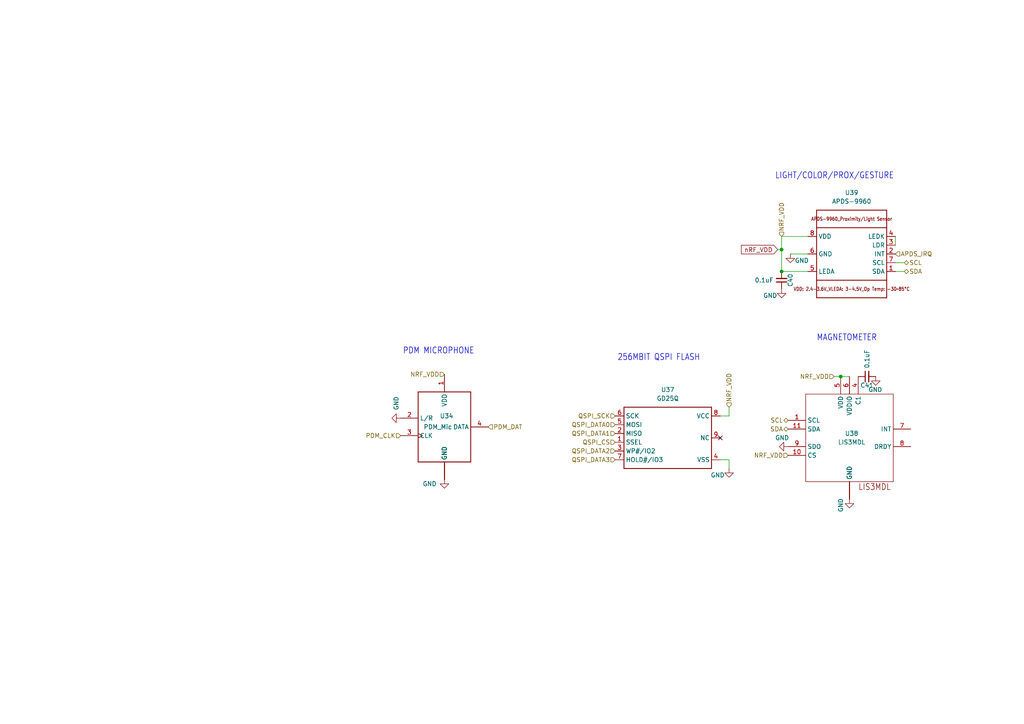
<source format=kicad_sch>
(kicad_sch (version 20211123) (generator eeschema)

  (uuid e19939fe-4701-4833-8637-39e7476b45fa)

  (paper "A4")

  (lib_symbols
    (symbol "Device:C_Small" (pin_numbers hide) (pin_names (offset 0.254) hide) (in_bom yes) (on_board yes)
      (property "Reference" "C" (id 0) (at 0.254 1.778 0)
        (effects (font (size 1.27 1.27)) (justify left))
      )
      (property "Value" "C_Small" (id 1) (at 0.254 -2.032 0)
        (effects (font (size 1.27 1.27)) (justify left))
      )
      (property "Footprint" "" (id 2) (at 0 0 0)
        (effects (font (size 1.27 1.27)) hide)
      )
      (property "Datasheet" "~" (id 3) (at 0 0 0)
        (effects (font (size 1.27 1.27)) hide)
      )
      (property "ki_keywords" "capacitor cap" (id 4) (at 0 0 0)
        (effects (font (size 1.27 1.27)) hide)
      )
      (property "ki_description" "Unpolarized capacitor, small symbol" (id 5) (at 0 0 0)
        (effects (font (size 1.27 1.27)) hide)
      )
      (property "ki_fp_filters" "C_*" (id 6) (at 0 0 0)
        (effects (font (size 1.27 1.27)) hide)
      )
      (symbol "C_Small_0_1"
        (polyline
          (pts
            (xy -1.524 -0.508)
            (xy 1.524 -0.508)
          )
          (stroke (width 0.3302) (type default) (color 0 0 0 0))
          (fill (type none))
        )
        (polyline
          (pts
            (xy -1.524 0.508)
            (xy 1.524 0.508)
          )
          (stroke (width 0.3048) (type default) (color 0 0 0 0))
          (fill (type none))
        )
      )
      (symbol "C_Small_1_1"
        (pin passive line (at 0 2.54 270) (length 2.032)
          (name "~" (effects (font (size 1.27 1.27))))
          (number "1" (effects (font (size 1.27 1.27))))
        )
        (pin passive line (at 0 -2.54 90) (length 2.032)
          (name "~" (effects (font (size 1.27 1.27))))
          (number "2" (effects (font (size 1.27 1.27))))
        )
      )
    )
    (symbol "Library:APDS-9960" (in_bom yes) (on_board yes)
      (property "Reference" "U" (id 0) (at 0 1.27 0)
        (effects (font (size 1.27 1.27)))
      )
      (property "Value" "APDS-9960" (id 1) (at 0 -1.27 0)
        (effects (font (size 1.27 1.27)))
      )
      (property "Footprint" "Library:APDS-9960" (id 2) (at 0 14.605 0)
        (effects (font (size 1.27 1.27)) hide)
      )
      (property "Datasheet" "" (id 3) (at 0 14.605 0)
        (effects (font (size 1.27 1.27)) hide)
      )
      (symbol "APDS-9960_1_0"
        (polyline
          (pts
            (xy -10.16 -12.7)
            (xy 10.16 -12.7)
          )
          (stroke (width 0.254) (type default) (color 0 0 0 0))
          (fill (type none))
        )
        (polyline
          (pts
            (xy -10.16 -7.62)
            (xy -10.16 -12.7)
          )
          (stroke (width 0.254) (type default) (color 0 0 0 0))
          (fill (type none))
        )
        (polyline
          (pts
            (xy -10.16 -7.62)
            (xy -10.16 7.62)
          )
          (stroke (width 0.254) (type default) (color 0 0 0 0))
          (fill (type none))
        )
        (polyline
          (pts
            (xy -10.16 7.62)
            (xy -10.16 12.7)
          )
          (stroke (width 0.254) (type default) (color 0 0 0 0))
          (fill (type none))
        )
        (polyline
          (pts
            (xy -10.16 7.62)
            (xy 10.16 7.62)
          )
          (stroke (width 0.254) (type default) (color 0 0 0 0))
          (fill (type none))
        )
        (polyline
          (pts
            (xy -10.16 12.7)
            (xy 10.16 12.7)
          )
          (stroke (width 0.254) (type default) (color 0 0 0 0))
          (fill (type none))
        )
        (polyline
          (pts
            (xy 10.16 -12.7)
            (xy 10.16 -7.62)
          )
          (stroke (width 0.254) (type default) (color 0 0 0 0))
          (fill (type none))
        )
        (polyline
          (pts
            (xy 10.16 -7.62)
            (xy -10.16 -7.62)
          )
          (stroke (width 0.254) (type default) (color 0 0 0 0))
          (fill (type none))
        )
        (polyline
          (pts
            (xy 10.16 7.62)
            (xy 10.16 -7.62)
          )
          (stroke (width 0.254) (type default) (color 0 0 0 0))
          (fill (type none))
        )
        (polyline
          (pts
            (xy 10.16 12.7)
            (xy 10.16 7.62)
          )
          (stroke (width 0.254) (type default) (color 0 0 0 0))
          (fill (type none))
        )
        (text "APDS-9960_Proximity/Light Sensor" (at 0 10.16 0)
          (effects (font (size 1.016 0.8636)))
        )
        (text "VDD: 2.4-3.6V_VLEDA: 3-4.5V_Op Temp: -30~85°C" (at 0 -10.16 0)
          (effects (font (size 1.016 0.8636)))
        )
        (pin bidirectional line (at 12.7 -5.08 180) (length 2.54)
          (name "SDA" (effects (font (size 1.27 1.27))))
          (number "1" (effects (font (size 1.27 1.27))))
        )
        (pin output line (at 12.7 0 180) (length 2.54)
          (name "INT" (effects (font (size 1.27 1.27))))
          (number "2" (effects (font (size 1.27 1.27))))
        )
        (pin bidirectional line (at 12.7 2.54 180) (length 2.54)
          (name "LDR" (effects (font (size 1.27 1.27))))
          (number "3" (effects (font (size 1.27 1.27))))
        )
        (pin bidirectional line (at 12.7 5.08 180) (length 2.54)
          (name "LEDK" (effects (font (size 1.27 1.27))))
          (number "4" (effects (font (size 1.27 1.27))))
        )
        (pin power_in line (at -12.7 -5.08 0) (length 2.54)
          (name "LEDA" (effects (font (size 1.27 1.27))))
          (number "5" (effects (font (size 1.27 1.27))))
        )
        (pin power_in line (at -12.7 0 0) (length 2.54)
          (name "GND" (effects (font (size 1.27 1.27))))
          (number "6" (effects (font (size 1.27 1.27))))
        )
        (pin input line (at 12.7 -2.54 180) (length 2.54)
          (name "SCL" (effects (font (size 1.27 1.27))))
          (number "7" (effects (font (size 1.27 1.27))))
        )
        (pin power_in line (at -12.7 5.08 0) (length 2.54)
          (name "VDD" (effects (font (size 1.27 1.27))))
          (number "8" (effects (font (size 1.27 1.27))))
        )
      )
    )
    (symbol "Library:GD25Q" (in_bom yes) (on_board yes)
      (property "Reference" "U" (id 0) (at 0 0 0)
        (effects (font (size 1.27 1.27)))
      )
      (property "Value" "GD25Q" (id 1) (at 0 0 0)
        (effects (font (size 1.27 1.27)))
      )
      (property "Footprint" "Library:WSON8" (id 2) (at 0 0 0)
        (effects (font (size 1.27 1.27)) hide)
      )
      (property "Datasheet" "" (id 3) (at 0 0 0)
        (effects (font (size 1.27 1.27)) hide)
      )
      (symbol "GD25Q_1_0"
        (polyline
          (pts
            (xy -12.7 -8.89)
            (xy -12.7 8.89)
          )
          (stroke (width 0.254) (type default) (color 0 0 0 0))
          (fill (type none))
        )
        (polyline
          (pts
            (xy -12.7 8.89)
            (xy 12.7 8.89)
          )
          (stroke (width 0.254) (type default) (color 0 0 0 0))
          (fill (type none))
        )
        (polyline
          (pts
            (xy 12.7 -8.89)
            (xy -12.7 -8.89)
          )
          (stroke (width 0.254) (type default) (color 0 0 0 0))
          (fill (type none))
        )
        (polyline
          (pts
            (xy 12.7 8.89)
            (xy 12.7 -8.89)
          )
          (stroke (width 0.254) (type default) (color 0 0 0 0))
          (fill (type none))
        )
        (pin bidirectional line (at -15.24 -1.27 0) (length 2.54)
          (name "SSEL" (effects (font (size 1.27 1.27))))
          (number "1" (effects (font (size 1.27 1.27))))
        )
        (pin bidirectional line (at -15.24 1.27 0) (length 2.54)
          (name "MISO" (effects (font (size 1.27 1.27))))
          (number "2" (effects (font (size 1.27 1.27))))
        )
        (pin bidirectional line (at -15.24 -3.81 0) (length 2.54)
          (name "WP#/IO2" (effects (font (size 1.27 1.27))))
          (number "3" (effects (font (size 1.27 1.27))))
        )
        (pin bidirectional line (at 15.24 -6.35 180) (length 2.54)
          (name "VSS" (effects (font (size 1.27 1.27))))
          (number "4" (effects (font (size 1.27 1.27))))
        )
        (pin bidirectional line (at -15.24 3.81 0) (length 2.54)
          (name "MOSI" (effects (font (size 1.27 1.27))))
          (number "5" (effects (font (size 1.27 1.27))))
        )
        (pin bidirectional line (at -15.24 6.35 0) (length 2.54)
          (name "SCK" (effects (font (size 1.27 1.27))))
          (number "6" (effects (font (size 1.27 1.27))))
        )
        (pin bidirectional line (at -15.24 -6.35 0) (length 2.54)
          (name "HOLD#/IO3" (effects (font (size 1.27 1.27))))
          (number "7" (effects (font (size 1.27 1.27))))
        )
        (pin bidirectional line (at 15.24 6.35 180) (length 2.54)
          (name "VCC" (effects (font (size 1.27 1.27))))
          (number "8" (effects (font (size 1.27 1.27))))
        )
      )
      (symbol "GD25Q_1_1"
        (pin no_connect line (at 15.24 0 180) (length 2.54)
          (name "NC" (effects (font (size 1.27 1.27))))
          (number "9" (effects (font (size 1.27 1.27))))
        )
      )
    )
    (symbol "Library:LIS3MDL" (in_bom yes) (on_board yes)
      (property "Reference" "U" (id 0) (at 0 -1.27 0)
        (effects (font (size 1.27 1.27)))
      )
      (property "Value" "LIS3MDL" (id 1) (at 0 1.27 0)
        (effects (font (size 1.27 1.27)))
      )
      (property "Footprint" "Package_LGA:LGA-12_2x2mm_P0.5mm" (id 2) (at 0 0 0)
        (effects (font (size 1.27 1.27)) hide)
      )
      (property "Datasheet" "" (id 3) (at 0 0 0)
        (effects (font (size 1.27 1.27)) hide)
      )
      (symbol "LIS3MDL_1_0"
        (polyline
          (pts
            (xy -12.7 -12.7)
            (xy 12.7 -12.7)
          )
          (stroke (width 0.1524) (type default) (color 0 0 0 0))
          (fill (type none))
        )
        (polyline
          (pts
            (xy -12.7 12.7)
            (xy -12.7 -12.7)
          )
          (stroke (width 0.1524) (type default) (color 0 0 0 0))
          (fill (type none))
        )
        (polyline
          (pts
            (xy 12.7 -12.7)
            (xy 12.7 12.7)
          )
          (stroke (width 0.1524) (type default) (color 0 0 0 0))
          (fill (type none))
        )
        (polyline
          (pts
            (xy 12.7 12.7)
            (xy -12.7 12.7)
          )
          (stroke (width 0.1524) (type default) (color 0 0 0 0))
          (fill (type none))
        )
        (text "LIS3MDL" (at 2.54 -15.24 0)
          (effects (font (size 1.778 1.5113)) (justify left bottom))
        )
        (pin input line (at -17.78 5.08 0) (length 5.08)
          (name "SCL" (effects (font (size 1.27 1.27))))
          (number "1" (effects (font (size 1.27 1.27))))
        )
        (pin input line (at -17.78 -5.08 0) (length 5.08)
          (name "CS" (effects (font (size 1.27 1.27))))
          (number "10" (effects (font (size 1.27 1.27))))
        )
        (pin bidirectional line (at -17.78 2.54 0) (length 5.08)
          (name "SDA" (effects (font (size 1.27 1.27))))
          (number "11" (effects (font (size 1.27 1.27))))
        )
        (pin power_in line (at 0 -17.78 90) (length 5.08)
          (name "GND" (effects (font (size 1.27 1.27))))
          (number "12" (effects (font (size 0 0))))
        )
        (pin power_in line (at 0 -17.78 90) (length 5.08)
          (name "GND" (effects (font (size 1.27 1.27))))
          (number "2" (effects (font (size 0 0))))
        )
        (pin power_in line (at 0 -17.78 90) (length 5.08)
          (name "GND" (effects (font (size 1.27 1.27))))
          (number "3" (effects (font (size 0 0))))
        )
        (pin input line (at 2.54 17.78 270) (length 5.08)
          (name "C1" (effects (font (size 1.27 1.27))))
          (number "4" (effects (font (size 1.27 1.27))))
        )
        (pin power_in line (at -2.54 17.78 270) (length 5.08)
          (name "VDD" (effects (font (size 1.27 1.27))))
          (number "5" (effects (font (size 1.27 1.27))))
        )
        (pin power_in line (at 0 17.78 270) (length 5.08)
          (name "VDDIO" (effects (font (size 1.27 1.27))))
          (number "6" (effects (font (size 1.27 1.27))))
        )
        (pin output line (at 17.78 2.54 180) (length 5.08)
          (name "INT" (effects (font (size 1.27 1.27))))
          (number "7" (effects (font (size 1.27 1.27))))
        )
        (pin output line (at 17.78 -2.54 180) (length 5.08)
          (name "DRDY" (effects (font (size 1.27 1.27))))
          (number "8" (effects (font (size 1.27 1.27))))
        )
        (pin bidirectional line (at -17.78 -2.54 0) (length 5.08)
          (name "SDO" (effects (font (size 1.27 1.27))))
          (number "9" (effects (font (size 1.27 1.27))))
        )
      )
    )
    (symbol "Library:PDM_Mic" (in_bom yes) (on_board yes)
      (property "Reference" "U" (id 0) (at 0 -1.905 0)
        (effects (font (size 1.27 1.27)))
      )
      (property "Value" "PDM_Mic" (id 1) (at -1.27 0 0)
        (effects (font (size 1.27 1.27)))
      )
      (property "Footprint" "Library:SPK0415HM4H" (id 2) (at 0.635 17.78 0)
        (effects (font (size 1.27 1.27)) hide)
      )
      (property "Datasheet" "" (id 3) (at 0.635 17.78 0)
        (effects (font (size 1.27 1.27)) hide)
      )
      (symbol "PDM_Mic_1_0"
        (polyline
          (pts
            (xy -7.62 -10.16)
            (xy -7.62 10.16)
          )
          (stroke (width 0.254) (type default) (color 0 0 0 0))
          (fill (type none))
        )
        (polyline
          (pts
            (xy -7.62 10.16)
            (xy 7.62 10.16)
          )
          (stroke (width 0.254) (type default) (color 0 0 0 0))
          (fill (type none))
        )
        (polyline
          (pts
            (xy 7.62 -10.16)
            (xy -7.62 -10.16)
          )
          (stroke (width 0.254) (type default) (color 0 0 0 0))
          (fill (type none))
        )
        (polyline
          (pts
            (xy 7.62 10.16)
            (xy 7.62 -10.16)
          )
          (stroke (width 0.254) (type default) (color 0 0 0 0))
          (fill (type none))
        )
        (pin power_in line (at 0 15.24 270) (length 5.08)
          (name "VDD" (effects (font (size 1.27 1.27))))
          (number "1" (effects (font (size 1.27 1.27))))
        )
        (pin input line (at -12.7 2.54 0) (length 5.08)
          (name "L/R" (effects (font (size 1.27 1.27))))
          (number "2" (effects (font (size 1.27 1.27))))
        )
        (pin input clock (at -12.7 -2.54 0) (length 5.08)
          (name "CLK" (effects (font (size 1.27 1.27))))
          (number "3" (effects (font (size 1.27 1.27))))
        )
        (pin bidirectional line (at 12.7 0 180) (length 5.08)
          (name "DATA" (effects (font (size 1.27 1.27))))
          (number "4" (effects (font (size 1.27 1.27))))
        )
        (pin power_in line (at 0 -15.24 90) (length 5.08)
          (name "GND" (effects (font (size 1.27 1.27))))
          (number "5" (effects (font (size 0 0))))
        )
        (pin power_in line (at 0 -15.24 90) (length 5.08)
          (name "GND" (effects (font (size 1.27 1.27))))
          (number "6" (effects (font (size 0 0))))
        )
        (pin power_in line (at 0 -15.24 90) (length 5.08)
          (name "GND" (effects (font (size 1.27 1.27))))
          (number "7" (effects (font (size 0 0))))
        )
        (pin power_in line (at 0 -15.24 90) (length 5.08)
          (name "GND" (effects (font (size 1.27 1.27))))
          (number "8" (effects (font (size 0 0))))
        )
      )
    )
    (symbol "power:GND" (power) (pin_names (offset 0)) (in_bom yes) (on_board yes)
      (property "Reference" "#PWR" (id 0) (at 0 -6.35 0)
        (effects (font (size 1.27 1.27)) hide)
      )
      (property "Value" "GND" (id 1) (at 0 -3.81 0)
        (effects (font (size 1.27 1.27)))
      )
      (property "Footprint" "" (id 2) (at 0 0 0)
        (effects (font (size 1.27 1.27)) hide)
      )
      (property "Datasheet" "" (id 3) (at 0 0 0)
        (effects (font (size 1.27 1.27)) hide)
      )
      (property "ki_keywords" "power-flag" (id 4) (at 0 0 0)
        (effects (font (size 1.27 1.27)) hide)
      )
      (property "ki_description" "Power symbol creates a global label with name \"GND\" , ground" (id 5) (at 0 0 0)
        (effects (font (size 1.27 1.27)) hide)
      )
      (symbol "GND_0_1"
        (polyline
          (pts
            (xy 0 0)
            (xy 0 -1.27)
            (xy 1.27 -1.27)
            (xy 0 -2.54)
            (xy -1.27 -1.27)
            (xy 0 -1.27)
          )
          (stroke (width 0) (type default) (color 0 0 0 0))
          (fill (type none))
        )
      )
      (symbol "GND_1_1"
        (pin power_in line (at 0 0 270) (length 0) hide
          (name "GND" (effects (font (size 1.27 1.27))))
          (number "1" (effects (font (size 1.27 1.27))))
        )
      )
    )
  )

  (junction (at 226.695 78.74) (diameter 0) (color 0 0 0 0)
    (uuid 52e9e158-21bb-41ac-958c-9daf7e16e203)
  )
  (junction (at 243.84 109.22) (diameter 0) (color 0 0 0 0)
    (uuid 6d55b043-b71d-415e-9bc4-164f4b7c4345)
  )
  (junction (at 226.695 72.39) (diameter 0) (color 0 0 0 0)
    (uuid e80b9e34-1a5c-4cb5-9d1c-df06ecdc3012)
  )

  (no_connect (at 208.915 127) (uuid 67fd9220-9f35-4a43-a746-5dd06f4f3242))

  (wire (pts (xy 208.915 133.35) (xy 211.455 133.35))
    (stroke (width 0) (type default) (color 0 0 0 0))
    (uuid 04bbdada-b753-4b05-8738-151e8ba0293d)
  )
  (wire (pts (xy 226.695 68.58) (xy 226.695 72.39))
    (stroke (width 0) (type default) (color 0 0 0 0))
    (uuid 0db8f217-f170-4122-af20-d21a2d1b5655)
  )
  (wire (pts (xy 225.552 72.39) (xy 226.695 72.39))
    (stroke (width 0) (type default) (color 0 0 0 0))
    (uuid 21af92b2-14a3-4663-92c9-2ec3d66d8480)
  )
  (wire (pts (xy 226.695 78.74) (xy 234.315 78.74))
    (stroke (width 0) (type default) (color 0 0 0 0))
    (uuid 4446c879-4c1b-42fa-92ce-e20148adfc31)
  )
  (wire (pts (xy 262.255 78.74) (xy 259.715 78.74))
    (stroke (width 0) (type default) (color 0 0 0 0))
    (uuid 4988727e-c461-4be2-a172-7ef108443748)
  )
  (wire (pts (xy 241.935 109.22) (xy 243.84 109.22))
    (stroke (width 0) (type default) (color 0 0 0 0))
    (uuid 77f5d5c3-dac8-4a61-b3a2-af6c863393e8)
  )
  (wire (pts (xy 259.715 68.58) (xy 259.715 71.12))
    (stroke (width 0) (type default) (color 0 0 0 0))
    (uuid 800b7db3-d7b9-4575-a5c3-d9d6fc323c8c)
  )
  (wire (pts (xy 243.84 109.22) (xy 246.38 109.22))
    (stroke (width 0) (type default) (color 0 0 0 0))
    (uuid 8783a488-5505-4a6c-af8a-24bd4b2ca128)
  )
  (wire (pts (xy 229.235 73.66) (xy 234.315 73.66))
    (stroke (width 0) (type default) (color 0 0 0 0))
    (uuid 90bba6fb-55a3-4b2a-a6da-bbc8b29449df)
  )
  (wire (pts (xy 211.455 133.35) (xy 211.455 135.89))
    (stroke (width 0) (type default) (color 0 0 0 0))
    (uuid 9fe41cf7-9f8b-4658-8bec-46df32ed852c)
  )
  (wire (pts (xy 208.915 120.65) (xy 211.455 120.65))
    (stroke (width 0) (type default) (color 0 0 0 0))
    (uuid aa628fb2-88a7-4bc3-846d-43ecbb653ba9)
  )
  (wire (pts (xy 262.255 76.2) (xy 259.715 76.2))
    (stroke (width 0) (type default) (color 0 0 0 0))
    (uuid be978bca-7b29-44ac-bd01-3c67200cb032)
  )
  (wire (pts (xy 234.315 68.58) (xy 226.695 68.58))
    (stroke (width 0) (type default) (color 0 0 0 0))
    (uuid d06f684c-b86b-49a5-ad3a-2b8c544739e6)
  )
  (wire (pts (xy 211.455 120.65) (xy 211.455 118.11))
    (stroke (width 0) (type default) (color 0 0 0 0))
    (uuid e3f5d2a6-c8f9-493f-8031-f18e3cad6221)
  )
  (wire (pts (xy 226.695 72.39) (xy 226.695 78.74))
    (stroke (width 0) (type default) (color 0 0 0 0))
    (uuid e4ddeba1-50cd-4897-9314-a7323931cea6)
  )

  (text "LIGHT/COLOR/PROX/GESTURE" (at 224.79 52.07 180)
    (effects (font (size 1.778 1.5113)) (justify left bottom))
    (uuid 08ff7364-ce03-429f-8c8b-52d815ba341d)
  )
  (text "PDM MICROPHONE" (at 116.84 102.87 180)
    (effects (font (size 1.778 1.5113)) (justify left bottom))
    (uuid a1d848ef-75e7-4d86-a412-5beae6549f11)
  )
  (text "256MBIT QSPI FLASH" (at 179.07 104.775 180)
    (effects (font (size 1.778 1.5113)) (justify left bottom))
    (uuid a3bb2292-49a0-46d4-a455-714a56e4aad7)
  )
  (text "MAGNETOMETER" (at 236.855 99.06 180)
    (effects (font (size 1.778 1.5113)) (justify left bottom))
    (uuid a76d93c6-a8f6-4211-a087-425f27cf62f5)
  )

  (global_label "nRF_VDD" (shape input) (at 225.552 72.39 180) (fields_autoplaced)
    (effects (font (size 1.27 1.27)) (justify right))
    (uuid 3e4db5c6-df5f-4298-a136-b80778caff35)
    (property "Intersheet References" "${INTERSHEET_REFS}" (id 0) (at 215.0351 72.3106 0)
      (effects (font (size 1.27 1.27)) (justify right) hide)
    )
  )

  (hierarchical_label "SCL" (shape bidirectional) (at 228.6 121.92 180)
    (effects (font (size 1.27 1.27)) (justify right))
    (uuid 09acb94c-1449-4f09-adcf-c501bd0f9182)
  )
  (hierarchical_label "PDM_DAT" (shape input) (at 141.605 123.825 0)
    (effects (font (size 1.27 1.27)) (justify left))
    (uuid 116caedd-e806-4026-8ad4-1c9ce99e1126)
  )
  (hierarchical_label "NRF_VDD" (shape input) (at 211.455 118.11 90)
    (effects (font (size 1.27 1.27)) (justify left))
    (uuid 2e1054a4-82bd-44c6-b726-791485ac244d)
  )
  (hierarchical_label "QSPI_DATA2" (shape input) (at 178.435 130.81 180)
    (effects (font (size 1.27 1.27)) (justify right))
    (uuid 33fc21d4-91b0-460c-87bd-29d652b50e82)
  )
  (hierarchical_label "SDA" (shape bidirectional) (at 262.255 78.74 0)
    (effects (font (size 1.27 1.27)) (justify left))
    (uuid 3857c1cf-8e6b-4de7-96a7-e23a0878761b)
  )
  (hierarchical_label "QSPI_DATA0" (shape input) (at 178.435 123.19 180)
    (effects (font (size 1.27 1.27)) (justify right))
    (uuid 41e28ab9-4765-48b9-b4fd-932fffc51735)
  )
  (hierarchical_label "QSPI_SCK" (shape input) (at 178.435 120.65 180)
    (effects (font (size 1.27 1.27)) (justify right))
    (uuid 442ec933-fc54-4f83-806c-4e959bf180db)
  )
  (hierarchical_label "NRF_VDD" (shape input) (at 228.6 132.08 180)
    (effects (font (size 1.27 1.27)) (justify right))
    (uuid 474ff6ad-8cc4-4791-a00b-7792c041744f)
  )
  (hierarchical_label "QSPI_DATA1" (shape input) (at 178.435 125.73 180)
    (effects (font (size 1.27 1.27)) (justify right))
    (uuid 64c17335-48b5-4848-8b41-ef8fde2cbd20)
  )
  (hierarchical_label "NRF_VDD" (shape input) (at 128.905 108.585 180)
    (effects (font (size 1.27 1.27)) (justify right))
    (uuid 65db0fd0-42c0-4e92-801e-02c24e9f719f)
  )
  (hierarchical_label "NRF_VDD" (shape input) (at 226.695 68.58 90)
    (effects (font (size 1.27 1.27)) (justify left))
    (uuid 690869e2-95d0-4ae2-8d3e-4aee652eff47)
  )
  (hierarchical_label "APDS_IRQ" (shape input) (at 259.715 73.66 0)
    (effects (font (size 1.27 1.27)) (justify left))
    (uuid 72c06b99-96c0-4528-a4b3-3269511951a6)
  )
  (hierarchical_label "SCL" (shape bidirectional) (at 262.255 76.2 0)
    (effects (font (size 1.27 1.27)) (justify left))
    (uuid 88f9adb7-82da-404f-bf0f-bdbb28bea14c)
  )
  (hierarchical_label "SDA" (shape bidirectional) (at 228.6 124.46 180)
    (effects (font (size 1.27 1.27)) (justify right))
    (uuid 9463e839-05da-46f9-8943-516da209813e)
  )
  (hierarchical_label "QSPI_DATA3" (shape input) (at 178.435 133.35 180)
    (effects (font (size 1.27 1.27)) (justify right))
    (uuid 975d04da-e8c3-429d-9514-b32282b381ce)
  )
  (hierarchical_label "QSPI_CS" (shape input) (at 178.435 128.27 180)
    (effects (font (size 1.27 1.27)) (justify right))
    (uuid a7345c75-21e9-4b87-8360-eb6d7faf9d84)
  )
  (hierarchical_label "NRF_VDD" (shape input) (at 241.935 109.22 180)
    (effects (font (size 1.27 1.27)) (justify right))
    (uuid e1fc4b0d-67f6-4ea2-9b0a-039cf8c91b96)
  )
  (hierarchical_label "PDM_CLK" (shape input) (at 116.205 126.365 180)
    (effects (font (size 1.27 1.27)) (justify right))
    (uuid e991cc21-867b-4e22-820c-bcec44b01c36)
  )

  (symbol (lib_id "Device:C_Small") (at 226.695 81.28 180) (unit 1)
    (in_bom yes) (on_board yes)
    (uuid 077f1775-7a1d-4503-8cca-47f55234ce03)
    (property "Reference" "C40" (id 0) (at 229.235 81.28 90))
    (property "Value" "0.1uF" (id 1) (at 221.615 81.28 0))
    (property "Footprint" "Capacitor_SMD:C_0402_1005Metric" (id 2) (at 226.695 81.28 0)
      (effects (font (size 1.27 1.27)) hide)
    )
    (property "Datasheet" "~" (id 3) (at 226.695 81.28 0)
      (effects (font (size 1.27 1.27)) hide)
    )
    (pin "1" (uuid 1e733f3c-7e34-4d53-a980-df7f00294860))
    (pin "2" (uuid 2b0252f1-c314-467d-83ac-7496688f7bd9))
  )

  (symbol (lib_id "Library:LIS3MDL") (at 246.38 127 0) (unit 1)
    (in_bom yes) (on_board yes)
    (uuid 0a624dc3-1448-4018-9800-15062659b483)
    (property "Reference" "U38" (id 0) (at 247.015 125.73 0))
    (property "Value" "LIS3MDL" (id 1) (at 247.015 128.27 0))
    (property "Footprint" "Package_LGA:LGA-12_2x2mm_P0.5mm" (id 2) (at 246.38 127 0)
      (effects (font (size 1.27 1.27)) hide)
    )
    (property "Datasheet" "" (id 3) (at 246.38 127 0)
      (effects (font (size 1.27 1.27)) hide)
    )
    (pin "1" (uuid 560e2c7e-a28f-4224-8ca8-11ea8fafb16e))
    (pin "10" (uuid 0e89da5c-f6ff-4c7f-b0f3-a9bf33d50da2))
    (pin "11" (uuid af0856e6-e2bb-4456-9a17-a84b068e36ff))
    (pin "12" (uuid bbc3200b-4894-481e-b12b-e272e58e4ae6))
    (pin "2" (uuid 4787f85f-19e5-4b2d-b92c-fddd38b59984))
    (pin "3" (uuid 05b72c60-ab34-4a07-b750-ec879eddc535))
    (pin "4" (uuid c2f46c4a-d3c9-40bf-aa85-0bde84bdf477))
    (pin "5" (uuid a8e1589e-3d37-4ab3-a00e-9ebd6bc09952))
    (pin "6" (uuid 329b8ba1-e218-47dd-a8dd-b27c1a1d754c))
    (pin "7" (uuid 4948cea2-9053-4bcb-9024-b0d4dc31d05b))
    (pin "8" (uuid 675eac94-68c3-4cb4-9ef3-e61eef3613da))
    (pin "9" (uuid db4651ef-911e-424e-bb4b-ad602d1f8b24))
  )

  (symbol (lib_id "power:GND") (at 228.6 129.54 270) (mirror x) (unit 1)
    (in_bom yes) (on_board yes)
    (uuid 0c28ce49-a868-41ff-bf7b-1eb92017e180)
    (property "Reference" "#PWR083" (id 0) (at 222.25 129.54 0)
      (effects (font (size 1.27 1.27)) hide)
    )
    (property "Value" "GND" (id 1) (at 224.79 127 90)
      (effects (font (size 1.27 1.27)) (justify left))
    )
    (property "Footprint" "" (id 2) (at 228.6 129.54 0)
      (effects (font (size 1.27 1.27)) hide)
    )
    (property "Datasheet" "" (id 3) (at 228.6 129.54 0)
      (effects (font (size 1.27 1.27)) hide)
    )
    (pin "1" (uuid 47802a2e-0887-4b2f-b9b1-776bb9523c9a))
  )

  (symbol (lib_id "Library:APDS-9960") (at 247.015 73.66 0) (unit 1)
    (in_bom yes) (on_board yes) (fields_autoplaced)
    (uuid 35764566-2e58-4dfc-983e-fc816de7c60c)
    (property "Reference" "U39" (id 0) (at 247.015 55.88 0))
    (property "Value" "APDS-9960" (id 1) (at 247.015 58.42 0))
    (property "Footprint" "Library:APDS-9960" (id 2) (at 247.015 59.055 0)
      (effects (font (size 1.27 1.27)) hide)
    )
    (property "Datasheet" "" (id 3) (at 247.015 59.055 0)
      (effects (font (size 1.27 1.27)) hide)
    )
    (pin "1" (uuid edc80e12-25ba-4ef9-be0a-2aad6287d6ac))
    (pin "2" (uuid aea2b543-7dbb-4ea2-b66b-acf841f1f93b))
    (pin "3" (uuid 9743c329-dc21-4235-a58e-db2d5595b9f3))
    (pin "4" (uuid e3f07e24-c854-4567-ac99-1a6354be6277))
    (pin "5" (uuid 6e07cd7c-b728-425f-8d74-dd88b6331766))
    (pin "6" (uuid 0d739cc4-b972-4a62-80e4-859bc6d6eafd))
    (pin "7" (uuid af7cb865-acca-4fe5-a729-5cac31e83dbd))
    (pin "8" (uuid c40e12d3-271b-4276-810f-478ce7d5c361))
  )

  (symbol (lib_id "power:GND") (at 128.905 139.065 0) (unit 1)
    (in_bom yes) (on_board yes)
    (uuid 3dedf1fa-7f7e-41d7-888d-76fa44b46da3)
    (property "Reference" "#PWR077" (id 0) (at 128.905 145.415 0)
      (effects (font (size 1.27 1.27)) hide)
    )
    (property "Value" "GND" (id 1) (at 122.555 140.335 0)
      (effects (font (size 1.27 1.27)) (justify left))
    )
    (property "Footprint" "" (id 2) (at 128.905 139.065 0)
      (effects (font (size 1.27 1.27)) hide)
    )
    (property "Datasheet" "" (id 3) (at 128.905 139.065 0)
      (effects (font (size 1.27 1.27)) hide)
    )
    (pin "1" (uuid 20fdee25-83a2-451f-bbef-e8f0df9144ba))
  )

  (symbol (lib_id "Library:GD25Q") (at 193.675 127 0) (unit 1)
    (in_bom yes) (on_board yes) (fields_autoplaced)
    (uuid 4b2e016b-7cb5-4a33-b303-3c1a17f50791)
    (property "Reference" "U37" (id 0) (at 193.675 113.03 0))
    (property "Value" "GD25Q" (id 1) (at 193.675 115.57 0))
    (property "Footprint" "Library:WSON8" (id 2) (at 193.675 127 0)
      (effects (font (size 1.27 1.27)) hide)
    )
    (property "Datasheet" "" (id 3) (at 193.675 127 0)
      (effects (font (size 1.27 1.27)) hide)
    )
    (pin "1" (uuid d07174b4-0d02-4c75-8253-75bed1801906))
    (pin "2" (uuid 5a73e86e-afa6-4e1f-87c4-393b520abfd8))
    (pin "3" (uuid 5daaadec-a85d-42d4-afc9-e705f4d27ea0))
    (pin "4" (uuid 8be10658-c23b-4dab-b0d0-fc605ac63f00))
    (pin "5" (uuid 9546cfa6-0f13-4ae9-b153-17bafaeca00e))
    (pin "6" (uuid 1adecdd8-9046-420d-afce-fbe2bdcb3b3c))
    (pin "7" (uuid c4cf37df-459d-4d56-ac55-5dd51c90d8f5))
    (pin "8" (uuid b9747a83-8a36-423b-8887-e9824d1d7b36))
    (pin "9" (uuid 6f15ba74-a73f-422d-ac95-4545127ef07f))
  )

  (symbol (lib_id "Library:PDM_Mic") (at 128.905 123.825 0) (unit 1)
    (in_bom yes) (on_board yes)
    (uuid 5f1726c4-9215-49fa-a322-355fe7ed5e93)
    (property "Reference" "U34" (id 0) (at 129.54 120.65 0))
    (property "Value" "PDM_Mic" (id 1) (at 127 123.825 0))
    (property "Footprint" "Library:SPK0415HM4H" (id 2) (at 129.54 106.045 0)
      (effects (font (size 1.27 1.27)) hide)
    )
    (property "Datasheet" "" (id 3) (at 129.54 106.045 0)
      (effects (font (size 1.27 1.27)) hide)
    )
    (pin "1" (uuid 6236fb8d-f5d0-4a2f-b512-fecc34d438b8))
    (pin "2" (uuid 740b5f24-43d6-42fd-b464-94d17761089f))
    (pin "3" (uuid 63328efc-5629-4d5e-9168-f14467c56871))
    (pin "4" (uuid 98946fb0-f053-4434-8fef-1732d3d750ed))
    (pin "5" (uuid 0ccc14ea-7621-4917-ad85-7fcf022ff39e))
    (pin "6" (uuid 9b49933e-0ebd-45ff-ab6a-017cf11f69c8))
    (pin "7" (uuid ff867d87-87f4-426b-8e18-c90b8ca80513))
    (pin "8" (uuid 3a600f5a-29f1-43d1-b99a-33b9b5fe1ddb))
  )

  (symbol (lib_id "power:GND") (at 226.695 83.82 0) (mirror y) (unit 1)
    (in_bom yes) (on_board yes)
    (uuid 7d20befa-6da1-4e49-9e59-d59d0f7e3e95)
    (property "Reference" "#PWR082" (id 0) (at 226.695 90.17 0)
      (effects (font (size 1.27 1.27)) hide)
    )
    (property "Value" "GND" (id 1) (at 225.425 85.725 0)
      (effects (font (size 1.27 1.27)) (justify left))
    )
    (property "Footprint" "" (id 2) (at 226.695 83.82 0)
      (effects (font (size 1.27 1.27)) hide)
    )
    (property "Datasheet" "" (id 3) (at 226.695 83.82 0)
      (effects (font (size 1.27 1.27)) hide)
    )
    (pin "1" (uuid 4c8c01a1-c31f-4a42-a28b-95b609c65b55))
  )

  (symbol (lib_id "power:GND") (at 254 109.22 0) (mirror y) (unit 1)
    (in_bom yes) (on_board yes)
    (uuid a0421159-1011-4c52-a0cc-2c7420c8db82)
    (property "Reference" "#PWR086" (id 0) (at 254 115.57 0)
      (effects (font (size 1.27 1.27)) hide)
    )
    (property "Value" "GND" (id 1) (at 255.905 113.03 0)
      (effects (font (size 1.27 1.27)) (justify left))
    )
    (property "Footprint" "" (id 2) (at 254 109.22 0)
      (effects (font (size 1.27 1.27)) hide)
    )
    (property "Datasheet" "" (id 3) (at 254 109.22 0)
      (effects (font (size 1.27 1.27)) hide)
    )
    (pin "1" (uuid 90919dab-6fc8-4ba6-bdd8-bb3bba0f4a50))
  )

  (symbol (lib_id "power:GND") (at 246.38 144.78 0) (mirror y) (unit 1)
    (in_bom yes) (on_board yes)
    (uuid c38e4280-ba28-4a18-8144-4554bda89d3c)
    (property "Reference" "#PWR085" (id 0) (at 246.38 151.13 0)
      (effects (font (size 1.27 1.27)) hide)
    )
    (property "Value" "GND" (id 1) (at 243.84 148.59 90)
      (effects (font (size 1.27 1.27)) (justify left))
    )
    (property "Footprint" "" (id 2) (at 246.38 144.78 0)
      (effects (font (size 1.27 1.27)) hide)
    )
    (property "Datasheet" "" (id 3) (at 246.38 144.78 0)
      (effects (font (size 1.27 1.27)) hide)
    )
    (pin "1" (uuid 6014f4bb-0ec1-4d20-a83a-03a209dfb9b1))
  )

  (symbol (lib_id "power:GND") (at 116.205 121.285 270) (unit 1)
    (in_bom yes) (on_board yes)
    (uuid cb33be75-11a3-4a58-9503-e7083a3fa710)
    (property "Reference" "#PWR074" (id 0) (at 109.855 121.285 0)
      (effects (font (size 1.27 1.27)) hide)
    )
    (property "Value" "GND" (id 1) (at 114.935 114.935 0)
      (effects (font (size 1.27 1.27)) (justify left))
    )
    (property "Footprint" "" (id 2) (at 116.205 121.285 0)
      (effects (font (size 1.27 1.27)) hide)
    )
    (property "Datasheet" "" (id 3) (at 116.205 121.285 0)
      (effects (font (size 1.27 1.27)) hide)
    )
    (pin "1" (uuid 2d9ce09a-b3dc-46d4-8f74-b0cce546613a))
  )

  (symbol (lib_id "power:GND") (at 211.455 135.89 0) (mirror y) (unit 1)
    (in_bom yes) (on_board yes)
    (uuid dd825054-0a68-481b-8cc7-4e874657765d)
    (property "Reference" "#PWR081" (id 0) (at 211.455 142.24 0)
      (effects (font (size 1.27 1.27)) hide)
    )
    (property "Value" "GND" (id 1) (at 210.185 137.795 0)
      (effects (font (size 1.27 1.27)) (justify left))
    )
    (property "Footprint" "" (id 2) (at 211.455 135.89 0)
      (effects (font (size 1.27 1.27)) hide)
    )
    (property "Datasheet" "" (id 3) (at 211.455 135.89 0)
      (effects (font (size 1.27 1.27)) hide)
    )
    (pin "1" (uuid 35ca0e6e-9b2a-4af8-af14-41e11f056c58))
  )

  (symbol (lib_id "power:GND") (at 229.235 73.66 0) (unit 1)
    (in_bom yes) (on_board yes)
    (uuid e8a02341-a796-407a-ace2-2672adc7e275)
    (property "Reference" "#PWR084" (id 0) (at 229.235 80.01 0)
      (effects (font (size 1.27 1.27)) hide)
    )
    (property "Value" "GND" (id 1) (at 230.505 75.565 0)
      (effects (font (size 1.27 1.27)) (justify left))
    )
    (property "Footprint" "" (id 2) (at 229.235 73.66 0)
      (effects (font (size 1.27 1.27)) hide)
    )
    (property "Datasheet" "" (id 3) (at 229.235 73.66 0)
      (effects (font (size 1.27 1.27)) hide)
    )
    (pin "1" (uuid 0745a8bd-39dd-4f95-8b40-6847b3516727))
  )

  (symbol (lib_id "Device:C_Small") (at 251.46 109.22 90) (unit 1)
    (in_bom yes) (on_board yes)
    (uuid fea9fbff-bce5-429f-92bc-c39c01651b3f)
    (property "Reference" "C41" (id 0) (at 251.46 111.76 90))
    (property "Value" "0.1uF" (id 1) (at 251.46 104.14 0))
    (property "Footprint" "Capacitor_SMD:C_0402_1005Metric" (id 2) (at 251.46 109.22 0)
      (effects (font (size 1.27 1.27)) hide)
    )
    (property "Datasheet" "~" (id 3) (at 251.46 109.22 0)
      (effects (font (size 1.27 1.27)) hide)
    )
    (pin "1" (uuid 950f6061-5ecb-4fc6-b212-7277ca485a86))
    (pin "2" (uuid c515f115-652c-497a-ad92-ad98157948d2))
  )
)

</source>
